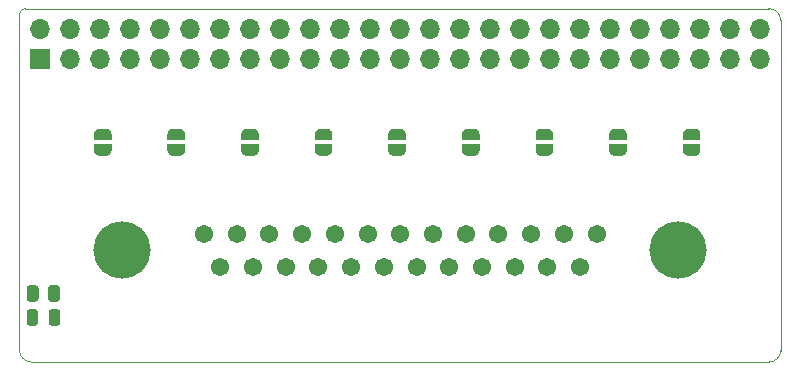
<source format=gbr>
%TF.GenerationSoftware,KiCad,Pcbnew,(5.1.9-16-g1737927814)-1*%
%TF.CreationDate,2021-06-02T15:54:43-05:00*%
%TF.ProjectId,loopback_tester,6c6f6f70-6261-4636-9b5f-746573746572,rev?*%
%TF.SameCoordinates,PX59d60c0PY325aa00*%
%TF.FileFunction,Soldermask,Top*%
%TF.FilePolarity,Negative*%
%FSLAX46Y46*%
G04 Gerber Fmt 4.6, Leading zero omitted, Abs format (unit mm)*
G04 Created by KiCad (PCBNEW (5.1.9-16-g1737927814)-1) date 2021-06-02 15:54:43*
%MOMM*%
%LPD*%
G01*
G04 APERTURE LIST*
%TA.AperFunction,Profile*%
%ADD10C,0.050000*%
%TD*%
%ADD11O,1.700000X1.700000*%
%ADD12R,1.700000X1.700000*%
%ADD13C,4.845000*%
%ADD14C,1.545000*%
%ADD15C,0.150000*%
G04 APERTURE END LIST*
D10*
X144052000Y-45696000D02*
G75*
G03*
X145012000Y-44736000I0J960000D01*
G01*
X81552000Y-45696000D02*
X144052000Y-45696000D01*
X81552000Y-45696800D02*
G75*
G02*
X80552000Y-44736000I0J1000800D01*
G01*
X80552000Y-16288000D02*
X80552000Y-44736000D01*
X145012000Y-16780000D02*
X145012000Y-44736000D01*
X81060000Y-15780000D02*
X144012000Y-15780000D01*
X80552000Y-16288000D02*
G75*
G02*
X81060000Y-15780000I508000J0D01*
G01*
X144012000Y-15780000D02*
G75*
G02*
X145012000Y-16780000I0J-1000000D01*
G01*
D11*
%TO.C,J2*%
X143226500Y-17494500D03*
X143226500Y-20034500D03*
X140686500Y-17494500D03*
X140686500Y-20034500D03*
X138146500Y-17494500D03*
X138146500Y-20034500D03*
X135606500Y-17494500D03*
X135606500Y-20034500D03*
X133066500Y-17494500D03*
X133066500Y-20034500D03*
X130526500Y-17494500D03*
X130526500Y-20034500D03*
X127986500Y-17494500D03*
X127986500Y-20034500D03*
X125446500Y-17494500D03*
X125446500Y-20034500D03*
X122906500Y-17494500D03*
X122906500Y-20034500D03*
X120366500Y-17494500D03*
X120366500Y-20034500D03*
X117826500Y-17494500D03*
X117826500Y-20034500D03*
X115286500Y-17494500D03*
X115286500Y-20034500D03*
X112746500Y-17494500D03*
X112746500Y-20034500D03*
X110206500Y-17494500D03*
X110206500Y-20034500D03*
X107666500Y-17494500D03*
X107666500Y-20034500D03*
X105126500Y-17494500D03*
X105126500Y-20034500D03*
X102586500Y-17494500D03*
X102586500Y-20034500D03*
X100046500Y-17494500D03*
X100046500Y-20034500D03*
X97506500Y-17494500D03*
X97506500Y-20034500D03*
X94966500Y-17494500D03*
X94966500Y-20034500D03*
X92426500Y-17494500D03*
X92426500Y-20034500D03*
X89886500Y-17494500D03*
X89886500Y-20034500D03*
X87346500Y-17494500D03*
X87346500Y-20034500D03*
X84806500Y-17494500D03*
X84806500Y-20034500D03*
X82266500Y-17494500D03*
D12*
X82266500Y-20034500D03*
%TD*%
D13*
%TO.C,J1*%
X89281600Y-36250000D03*
X136321600Y-36250000D03*
D14*
X97566600Y-37670000D03*
X100336600Y-37670000D03*
X103106600Y-37670000D03*
X105876600Y-37670000D03*
X108646600Y-37670000D03*
X111416600Y-37670000D03*
X114186600Y-37670000D03*
X116956600Y-37670000D03*
X119726600Y-37670000D03*
X122496600Y-37670000D03*
X125266600Y-37670000D03*
X128036600Y-37670000D03*
X96181600Y-34830000D03*
X98951600Y-34830000D03*
X101721600Y-34830000D03*
X104491600Y-34830000D03*
X107261600Y-34830000D03*
X110031600Y-34830000D03*
X112801600Y-34830000D03*
X115571600Y-34830000D03*
X118341600Y-34830000D03*
X121111600Y-34830000D03*
X123881600Y-34830000D03*
X126651600Y-34830000D03*
X129421600Y-34830000D03*
%TD*%
D15*
%TO.C,JP9*%
G36*
X88359100Y-27248000D02*
G01*
X88359100Y-27748000D01*
X88358498Y-27748000D01*
X88358498Y-27772534D01*
X88353688Y-27821365D01*
X88344116Y-27869490D01*
X88329872Y-27916445D01*
X88311095Y-27961778D01*
X88287964Y-28005051D01*
X88260704Y-28045850D01*
X88229576Y-28083779D01*
X88194879Y-28118476D01*
X88156950Y-28149604D01*
X88116151Y-28176864D01*
X88072878Y-28199995D01*
X88027545Y-28218772D01*
X87980590Y-28233016D01*
X87932465Y-28242588D01*
X87883634Y-28247398D01*
X87859100Y-28247398D01*
X87859100Y-28248000D01*
X87359100Y-28248000D01*
X87359100Y-28247398D01*
X87334566Y-28247398D01*
X87285735Y-28242588D01*
X87237610Y-28233016D01*
X87190655Y-28218772D01*
X87145322Y-28199995D01*
X87102049Y-28176864D01*
X87061250Y-28149604D01*
X87023321Y-28118476D01*
X86988624Y-28083779D01*
X86957496Y-28045850D01*
X86930236Y-28005051D01*
X86907105Y-27961778D01*
X86888328Y-27916445D01*
X86874084Y-27869490D01*
X86864512Y-27821365D01*
X86859702Y-27772534D01*
X86859702Y-27748000D01*
X86859100Y-27748000D01*
X86859100Y-27248000D01*
X88359100Y-27248000D01*
G37*
G36*
X86859702Y-26448000D02*
G01*
X86859702Y-26423466D01*
X86864512Y-26374635D01*
X86874084Y-26326510D01*
X86888328Y-26279555D01*
X86907105Y-26234222D01*
X86930236Y-26190949D01*
X86957496Y-26150150D01*
X86988624Y-26112221D01*
X87023321Y-26077524D01*
X87061250Y-26046396D01*
X87102049Y-26019136D01*
X87145322Y-25996005D01*
X87190655Y-25977228D01*
X87237610Y-25962984D01*
X87285735Y-25953412D01*
X87334566Y-25948602D01*
X87359100Y-25948602D01*
X87359100Y-25948000D01*
X87859100Y-25948000D01*
X87859100Y-25948602D01*
X87883634Y-25948602D01*
X87932465Y-25953412D01*
X87980590Y-25962984D01*
X88027545Y-25977228D01*
X88072878Y-25996005D01*
X88116151Y-26019136D01*
X88156950Y-26046396D01*
X88194879Y-26077524D01*
X88229576Y-26112221D01*
X88260704Y-26150150D01*
X88287964Y-26190949D01*
X88311095Y-26234222D01*
X88329872Y-26279555D01*
X88344116Y-26326510D01*
X88353688Y-26374635D01*
X88358498Y-26423466D01*
X88358498Y-26448000D01*
X88359100Y-26448000D01*
X88359100Y-26948000D01*
X86859100Y-26948000D01*
X86859100Y-26448000D01*
X86859702Y-26448000D01*
G37*
%TD*%
%TO.C,JP8*%
G36*
X94591599Y-27248000D02*
G01*
X94591599Y-27748000D01*
X94590997Y-27748000D01*
X94590997Y-27772534D01*
X94586187Y-27821365D01*
X94576615Y-27869490D01*
X94562371Y-27916445D01*
X94543594Y-27961778D01*
X94520463Y-28005051D01*
X94493203Y-28045850D01*
X94462075Y-28083779D01*
X94427378Y-28118476D01*
X94389449Y-28149604D01*
X94348650Y-28176864D01*
X94305377Y-28199995D01*
X94260044Y-28218772D01*
X94213089Y-28233016D01*
X94164964Y-28242588D01*
X94116133Y-28247398D01*
X94091599Y-28247398D01*
X94091599Y-28248000D01*
X93591599Y-28248000D01*
X93591599Y-28247398D01*
X93567065Y-28247398D01*
X93518234Y-28242588D01*
X93470109Y-28233016D01*
X93423154Y-28218772D01*
X93377821Y-28199995D01*
X93334548Y-28176864D01*
X93293749Y-28149604D01*
X93255820Y-28118476D01*
X93221123Y-28083779D01*
X93189995Y-28045850D01*
X93162735Y-28005051D01*
X93139604Y-27961778D01*
X93120827Y-27916445D01*
X93106583Y-27869490D01*
X93097011Y-27821365D01*
X93092201Y-27772534D01*
X93092201Y-27748000D01*
X93091599Y-27748000D01*
X93091599Y-27248000D01*
X94591599Y-27248000D01*
G37*
G36*
X93092201Y-26448000D02*
G01*
X93092201Y-26423466D01*
X93097011Y-26374635D01*
X93106583Y-26326510D01*
X93120827Y-26279555D01*
X93139604Y-26234222D01*
X93162735Y-26190949D01*
X93189995Y-26150150D01*
X93221123Y-26112221D01*
X93255820Y-26077524D01*
X93293749Y-26046396D01*
X93334548Y-26019136D01*
X93377821Y-25996005D01*
X93423154Y-25977228D01*
X93470109Y-25962984D01*
X93518234Y-25953412D01*
X93567065Y-25948602D01*
X93591599Y-25948602D01*
X93591599Y-25948000D01*
X94091599Y-25948000D01*
X94091599Y-25948602D01*
X94116133Y-25948602D01*
X94164964Y-25953412D01*
X94213089Y-25962984D01*
X94260044Y-25977228D01*
X94305377Y-25996005D01*
X94348650Y-26019136D01*
X94389449Y-26046396D01*
X94427378Y-26077524D01*
X94462075Y-26112221D01*
X94493203Y-26150150D01*
X94520463Y-26190949D01*
X94543594Y-26234222D01*
X94562371Y-26279555D01*
X94576615Y-26326510D01*
X94586187Y-26374635D01*
X94590997Y-26423466D01*
X94590997Y-26448000D01*
X94591599Y-26448000D01*
X94591599Y-26948000D01*
X93091599Y-26948000D01*
X93091599Y-26448000D01*
X93092201Y-26448000D01*
G37*
%TD*%
%TO.C,JP7*%
G36*
X100824098Y-27248000D02*
G01*
X100824098Y-27748000D01*
X100823496Y-27748000D01*
X100823496Y-27772534D01*
X100818686Y-27821365D01*
X100809114Y-27869490D01*
X100794870Y-27916445D01*
X100776093Y-27961778D01*
X100752962Y-28005051D01*
X100725702Y-28045850D01*
X100694574Y-28083779D01*
X100659877Y-28118476D01*
X100621948Y-28149604D01*
X100581149Y-28176864D01*
X100537876Y-28199995D01*
X100492543Y-28218772D01*
X100445588Y-28233016D01*
X100397463Y-28242588D01*
X100348632Y-28247398D01*
X100324098Y-28247398D01*
X100324098Y-28248000D01*
X99824098Y-28248000D01*
X99824098Y-28247398D01*
X99799564Y-28247398D01*
X99750733Y-28242588D01*
X99702608Y-28233016D01*
X99655653Y-28218772D01*
X99610320Y-28199995D01*
X99567047Y-28176864D01*
X99526248Y-28149604D01*
X99488319Y-28118476D01*
X99453622Y-28083779D01*
X99422494Y-28045850D01*
X99395234Y-28005051D01*
X99372103Y-27961778D01*
X99353326Y-27916445D01*
X99339082Y-27869490D01*
X99329510Y-27821365D01*
X99324700Y-27772534D01*
X99324700Y-27748000D01*
X99324098Y-27748000D01*
X99324098Y-27248000D01*
X100824098Y-27248000D01*
G37*
G36*
X99324700Y-26448000D02*
G01*
X99324700Y-26423466D01*
X99329510Y-26374635D01*
X99339082Y-26326510D01*
X99353326Y-26279555D01*
X99372103Y-26234222D01*
X99395234Y-26190949D01*
X99422494Y-26150150D01*
X99453622Y-26112221D01*
X99488319Y-26077524D01*
X99526248Y-26046396D01*
X99567047Y-26019136D01*
X99610320Y-25996005D01*
X99655653Y-25977228D01*
X99702608Y-25962984D01*
X99750733Y-25953412D01*
X99799564Y-25948602D01*
X99824098Y-25948602D01*
X99824098Y-25948000D01*
X100324098Y-25948000D01*
X100324098Y-25948602D01*
X100348632Y-25948602D01*
X100397463Y-25953412D01*
X100445588Y-25962984D01*
X100492543Y-25977228D01*
X100537876Y-25996005D01*
X100581149Y-26019136D01*
X100621948Y-26046396D01*
X100659877Y-26077524D01*
X100694574Y-26112221D01*
X100725702Y-26150150D01*
X100752962Y-26190949D01*
X100776093Y-26234222D01*
X100794870Y-26279555D01*
X100809114Y-26326510D01*
X100818686Y-26374635D01*
X100823496Y-26423466D01*
X100823496Y-26448000D01*
X100824098Y-26448000D01*
X100824098Y-26948000D01*
X99324098Y-26948000D01*
X99324098Y-26448000D01*
X99324700Y-26448000D01*
G37*
%TD*%
%TO.C,JP6*%
G36*
X107056597Y-27248000D02*
G01*
X107056597Y-27748000D01*
X107055995Y-27748000D01*
X107055995Y-27772534D01*
X107051185Y-27821365D01*
X107041613Y-27869490D01*
X107027369Y-27916445D01*
X107008592Y-27961778D01*
X106985461Y-28005051D01*
X106958201Y-28045850D01*
X106927073Y-28083779D01*
X106892376Y-28118476D01*
X106854447Y-28149604D01*
X106813648Y-28176864D01*
X106770375Y-28199995D01*
X106725042Y-28218772D01*
X106678087Y-28233016D01*
X106629962Y-28242588D01*
X106581131Y-28247398D01*
X106556597Y-28247398D01*
X106556597Y-28248000D01*
X106056597Y-28248000D01*
X106056597Y-28247398D01*
X106032063Y-28247398D01*
X105983232Y-28242588D01*
X105935107Y-28233016D01*
X105888152Y-28218772D01*
X105842819Y-28199995D01*
X105799546Y-28176864D01*
X105758747Y-28149604D01*
X105720818Y-28118476D01*
X105686121Y-28083779D01*
X105654993Y-28045850D01*
X105627733Y-28005051D01*
X105604602Y-27961778D01*
X105585825Y-27916445D01*
X105571581Y-27869490D01*
X105562009Y-27821365D01*
X105557199Y-27772534D01*
X105557199Y-27748000D01*
X105556597Y-27748000D01*
X105556597Y-27248000D01*
X107056597Y-27248000D01*
G37*
G36*
X105557199Y-26448000D02*
G01*
X105557199Y-26423466D01*
X105562009Y-26374635D01*
X105571581Y-26326510D01*
X105585825Y-26279555D01*
X105604602Y-26234222D01*
X105627733Y-26190949D01*
X105654993Y-26150150D01*
X105686121Y-26112221D01*
X105720818Y-26077524D01*
X105758747Y-26046396D01*
X105799546Y-26019136D01*
X105842819Y-25996005D01*
X105888152Y-25977228D01*
X105935107Y-25962984D01*
X105983232Y-25953412D01*
X106032063Y-25948602D01*
X106056597Y-25948602D01*
X106056597Y-25948000D01*
X106556597Y-25948000D01*
X106556597Y-25948602D01*
X106581131Y-25948602D01*
X106629962Y-25953412D01*
X106678087Y-25962984D01*
X106725042Y-25977228D01*
X106770375Y-25996005D01*
X106813648Y-26019136D01*
X106854447Y-26046396D01*
X106892376Y-26077524D01*
X106927073Y-26112221D01*
X106958201Y-26150150D01*
X106985461Y-26190949D01*
X107008592Y-26234222D01*
X107027369Y-26279555D01*
X107041613Y-26326510D01*
X107051185Y-26374635D01*
X107055995Y-26423466D01*
X107055995Y-26448000D01*
X107056597Y-26448000D01*
X107056597Y-26948000D01*
X105556597Y-26948000D01*
X105556597Y-26448000D01*
X105557199Y-26448000D01*
G37*
%TD*%
%TO.C,JP5*%
G36*
X113289096Y-27248000D02*
G01*
X113289096Y-27748000D01*
X113288494Y-27748000D01*
X113288494Y-27772534D01*
X113283684Y-27821365D01*
X113274112Y-27869490D01*
X113259868Y-27916445D01*
X113241091Y-27961778D01*
X113217960Y-28005051D01*
X113190700Y-28045850D01*
X113159572Y-28083779D01*
X113124875Y-28118476D01*
X113086946Y-28149604D01*
X113046147Y-28176864D01*
X113002874Y-28199995D01*
X112957541Y-28218772D01*
X112910586Y-28233016D01*
X112862461Y-28242588D01*
X112813630Y-28247398D01*
X112789096Y-28247398D01*
X112789096Y-28248000D01*
X112289096Y-28248000D01*
X112289096Y-28247398D01*
X112264562Y-28247398D01*
X112215731Y-28242588D01*
X112167606Y-28233016D01*
X112120651Y-28218772D01*
X112075318Y-28199995D01*
X112032045Y-28176864D01*
X111991246Y-28149604D01*
X111953317Y-28118476D01*
X111918620Y-28083779D01*
X111887492Y-28045850D01*
X111860232Y-28005051D01*
X111837101Y-27961778D01*
X111818324Y-27916445D01*
X111804080Y-27869490D01*
X111794508Y-27821365D01*
X111789698Y-27772534D01*
X111789698Y-27748000D01*
X111789096Y-27748000D01*
X111789096Y-27248000D01*
X113289096Y-27248000D01*
G37*
G36*
X111789698Y-26448000D02*
G01*
X111789698Y-26423466D01*
X111794508Y-26374635D01*
X111804080Y-26326510D01*
X111818324Y-26279555D01*
X111837101Y-26234222D01*
X111860232Y-26190949D01*
X111887492Y-26150150D01*
X111918620Y-26112221D01*
X111953317Y-26077524D01*
X111991246Y-26046396D01*
X112032045Y-26019136D01*
X112075318Y-25996005D01*
X112120651Y-25977228D01*
X112167606Y-25962984D01*
X112215731Y-25953412D01*
X112264562Y-25948602D01*
X112289096Y-25948602D01*
X112289096Y-25948000D01*
X112789096Y-25948000D01*
X112789096Y-25948602D01*
X112813630Y-25948602D01*
X112862461Y-25953412D01*
X112910586Y-25962984D01*
X112957541Y-25977228D01*
X113002874Y-25996005D01*
X113046147Y-26019136D01*
X113086946Y-26046396D01*
X113124875Y-26077524D01*
X113159572Y-26112221D01*
X113190700Y-26150150D01*
X113217960Y-26190949D01*
X113241091Y-26234222D01*
X113259868Y-26279555D01*
X113274112Y-26326510D01*
X113283684Y-26374635D01*
X113288494Y-26423466D01*
X113288494Y-26448000D01*
X113289096Y-26448000D01*
X113289096Y-26948000D01*
X111789096Y-26948000D01*
X111789096Y-26448000D01*
X111789698Y-26448000D01*
G37*
%TD*%
%TO.C,JP4*%
G36*
X119521595Y-27248000D02*
G01*
X119521595Y-27748000D01*
X119520993Y-27748000D01*
X119520993Y-27772534D01*
X119516183Y-27821365D01*
X119506611Y-27869490D01*
X119492367Y-27916445D01*
X119473590Y-27961778D01*
X119450459Y-28005051D01*
X119423199Y-28045850D01*
X119392071Y-28083779D01*
X119357374Y-28118476D01*
X119319445Y-28149604D01*
X119278646Y-28176864D01*
X119235373Y-28199995D01*
X119190040Y-28218772D01*
X119143085Y-28233016D01*
X119094960Y-28242588D01*
X119046129Y-28247398D01*
X119021595Y-28247398D01*
X119021595Y-28248000D01*
X118521595Y-28248000D01*
X118521595Y-28247398D01*
X118497061Y-28247398D01*
X118448230Y-28242588D01*
X118400105Y-28233016D01*
X118353150Y-28218772D01*
X118307817Y-28199995D01*
X118264544Y-28176864D01*
X118223745Y-28149604D01*
X118185816Y-28118476D01*
X118151119Y-28083779D01*
X118119991Y-28045850D01*
X118092731Y-28005051D01*
X118069600Y-27961778D01*
X118050823Y-27916445D01*
X118036579Y-27869490D01*
X118027007Y-27821365D01*
X118022197Y-27772534D01*
X118022197Y-27748000D01*
X118021595Y-27748000D01*
X118021595Y-27248000D01*
X119521595Y-27248000D01*
G37*
G36*
X118022197Y-26448000D02*
G01*
X118022197Y-26423466D01*
X118027007Y-26374635D01*
X118036579Y-26326510D01*
X118050823Y-26279555D01*
X118069600Y-26234222D01*
X118092731Y-26190949D01*
X118119991Y-26150150D01*
X118151119Y-26112221D01*
X118185816Y-26077524D01*
X118223745Y-26046396D01*
X118264544Y-26019136D01*
X118307817Y-25996005D01*
X118353150Y-25977228D01*
X118400105Y-25962984D01*
X118448230Y-25953412D01*
X118497061Y-25948602D01*
X118521595Y-25948602D01*
X118521595Y-25948000D01*
X119021595Y-25948000D01*
X119021595Y-25948602D01*
X119046129Y-25948602D01*
X119094960Y-25953412D01*
X119143085Y-25962984D01*
X119190040Y-25977228D01*
X119235373Y-25996005D01*
X119278646Y-26019136D01*
X119319445Y-26046396D01*
X119357374Y-26077524D01*
X119392071Y-26112221D01*
X119423199Y-26150150D01*
X119450459Y-26190949D01*
X119473590Y-26234222D01*
X119492367Y-26279555D01*
X119506611Y-26326510D01*
X119516183Y-26374635D01*
X119520993Y-26423466D01*
X119520993Y-26448000D01*
X119521595Y-26448000D01*
X119521595Y-26948000D01*
X118021595Y-26948000D01*
X118021595Y-26448000D01*
X118022197Y-26448000D01*
G37*
%TD*%
%TO.C,JP3*%
G36*
X125754094Y-27248000D02*
G01*
X125754094Y-27748000D01*
X125753492Y-27748000D01*
X125753492Y-27772534D01*
X125748682Y-27821365D01*
X125739110Y-27869490D01*
X125724866Y-27916445D01*
X125706089Y-27961778D01*
X125682958Y-28005051D01*
X125655698Y-28045850D01*
X125624570Y-28083779D01*
X125589873Y-28118476D01*
X125551944Y-28149604D01*
X125511145Y-28176864D01*
X125467872Y-28199995D01*
X125422539Y-28218772D01*
X125375584Y-28233016D01*
X125327459Y-28242588D01*
X125278628Y-28247398D01*
X125254094Y-28247398D01*
X125254094Y-28248000D01*
X124754094Y-28248000D01*
X124754094Y-28247398D01*
X124729560Y-28247398D01*
X124680729Y-28242588D01*
X124632604Y-28233016D01*
X124585649Y-28218772D01*
X124540316Y-28199995D01*
X124497043Y-28176864D01*
X124456244Y-28149604D01*
X124418315Y-28118476D01*
X124383618Y-28083779D01*
X124352490Y-28045850D01*
X124325230Y-28005051D01*
X124302099Y-27961778D01*
X124283322Y-27916445D01*
X124269078Y-27869490D01*
X124259506Y-27821365D01*
X124254696Y-27772534D01*
X124254696Y-27748000D01*
X124254094Y-27748000D01*
X124254094Y-27248000D01*
X125754094Y-27248000D01*
G37*
G36*
X124254696Y-26448000D02*
G01*
X124254696Y-26423466D01*
X124259506Y-26374635D01*
X124269078Y-26326510D01*
X124283322Y-26279555D01*
X124302099Y-26234222D01*
X124325230Y-26190949D01*
X124352490Y-26150150D01*
X124383618Y-26112221D01*
X124418315Y-26077524D01*
X124456244Y-26046396D01*
X124497043Y-26019136D01*
X124540316Y-25996005D01*
X124585649Y-25977228D01*
X124632604Y-25962984D01*
X124680729Y-25953412D01*
X124729560Y-25948602D01*
X124754094Y-25948602D01*
X124754094Y-25948000D01*
X125254094Y-25948000D01*
X125254094Y-25948602D01*
X125278628Y-25948602D01*
X125327459Y-25953412D01*
X125375584Y-25962984D01*
X125422539Y-25977228D01*
X125467872Y-25996005D01*
X125511145Y-26019136D01*
X125551944Y-26046396D01*
X125589873Y-26077524D01*
X125624570Y-26112221D01*
X125655698Y-26150150D01*
X125682958Y-26190949D01*
X125706089Y-26234222D01*
X125724866Y-26279555D01*
X125739110Y-26326510D01*
X125748682Y-26374635D01*
X125753492Y-26423466D01*
X125753492Y-26448000D01*
X125754094Y-26448000D01*
X125754094Y-26948000D01*
X124254094Y-26948000D01*
X124254094Y-26448000D01*
X124254696Y-26448000D01*
G37*
%TD*%
%TO.C,JP2*%
G36*
X131986593Y-27248000D02*
G01*
X131986593Y-27748000D01*
X131985991Y-27748000D01*
X131985991Y-27772534D01*
X131981181Y-27821365D01*
X131971609Y-27869490D01*
X131957365Y-27916445D01*
X131938588Y-27961778D01*
X131915457Y-28005051D01*
X131888197Y-28045850D01*
X131857069Y-28083779D01*
X131822372Y-28118476D01*
X131784443Y-28149604D01*
X131743644Y-28176864D01*
X131700371Y-28199995D01*
X131655038Y-28218772D01*
X131608083Y-28233016D01*
X131559958Y-28242588D01*
X131511127Y-28247398D01*
X131486593Y-28247398D01*
X131486593Y-28248000D01*
X130986593Y-28248000D01*
X130986593Y-28247398D01*
X130962059Y-28247398D01*
X130913228Y-28242588D01*
X130865103Y-28233016D01*
X130818148Y-28218772D01*
X130772815Y-28199995D01*
X130729542Y-28176864D01*
X130688743Y-28149604D01*
X130650814Y-28118476D01*
X130616117Y-28083779D01*
X130584989Y-28045850D01*
X130557729Y-28005051D01*
X130534598Y-27961778D01*
X130515821Y-27916445D01*
X130501577Y-27869490D01*
X130492005Y-27821365D01*
X130487195Y-27772534D01*
X130487195Y-27748000D01*
X130486593Y-27748000D01*
X130486593Y-27248000D01*
X131986593Y-27248000D01*
G37*
G36*
X130487195Y-26448000D02*
G01*
X130487195Y-26423466D01*
X130492005Y-26374635D01*
X130501577Y-26326510D01*
X130515821Y-26279555D01*
X130534598Y-26234222D01*
X130557729Y-26190949D01*
X130584989Y-26150150D01*
X130616117Y-26112221D01*
X130650814Y-26077524D01*
X130688743Y-26046396D01*
X130729542Y-26019136D01*
X130772815Y-25996005D01*
X130818148Y-25977228D01*
X130865103Y-25962984D01*
X130913228Y-25953412D01*
X130962059Y-25948602D01*
X130986593Y-25948602D01*
X130986593Y-25948000D01*
X131486593Y-25948000D01*
X131486593Y-25948602D01*
X131511127Y-25948602D01*
X131559958Y-25953412D01*
X131608083Y-25962984D01*
X131655038Y-25977228D01*
X131700371Y-25996005D01*
X131743644Y-26019136D01*
X131784443Y-26046396D01*
X131822372Y-26077524D01*
X131857069Y-26112221D01*
X131888197Y-26150150D01*
X131915457Y-26190949D01*
X131938588Y-26234222D01*
X131957365Y-26279555D01*
X131971609Y-26326510D01*
X131981181Y-26374635D01*
X131985991Y-26423466D01*
X131985991Y-26448000D01*
X131986593Y-26448000D01*
X131986593Y-26948000D01*
X130486593Y-26948000D01*
X130486593Y-26448000D01*
X130487195Y-26448000D01*
G37*
%TD*%
%TO.C,JP1*%
G36*
X138219099Y-27248000D02*
G01*
X138219099Y-27748000D01*
X138218497Y-27748000D01*
X138218497Y-27772534D01*
X138213687Y-27821365D01*
X138204115Y-27869490D01*
X138189871Y-27916445D01*
X138171094Y-27961778D01*
X138147963Y-28005051D01*
X138120703Y-28045850D01*
X138089575Y-28083779D01*
X138054878Y-28118476D01*
X138016949Y-28149604D01*
X137976150Y-28176864D01*
X137932877Y-28199995D01*
X137887544Y-28218772D01*
X137840589Y-28233016D01*
X137792464Y-28242588D01*
X137743633Y-28247398D01*
X137719099Y-28247398D01*
X137719099Y-28248000D01*
X137219099Y-28248000D01*
X137219099Y-28247398D01*
X137194565Y-28247398D01*
X137145734Y-28242588D01*
X137097609Y-28233016D01*
X137050654Y-28218772D01*
X137005321Y-28199995D01*
X136962048Y-28176864D01*
X136921249Y-28149604D01*
X136883320Y-28118476D01*
X136848623Y-28083779D01*
X136817495Y-28045850D01*
X136790235Y-28005051D01*
X136767104Y-27961778D01*
X136748327Y-27916445D01*
X136734083Y-27869490D01*
X136724511Y-27821365D01*
X136719701Y-27772534D01*
X136719701Y-27748000D01*
X136719099Y-27748000D01*
X136719099Y-27248000D01*
X138219099Y-27248000D01*
G37*
G36*
X136719701Y-26448000D02*
G01*
X136719701Y-26423466D01*
X136724511Y-26374635D01*
X136734083Y-26326510D01*
X136748327Y-26279555D01*
X136767104Y-26234222D01*
X136790235Y-26190949D01*
X136817495Y-26150150D01*
X136848623Y-26112221D01*
X136883320Y-26077524D01*
X136921249Y-26046396D01*
X136962048Y-26019136D01*
X137005321Y-25996005D01*
X137050654Y-25977228D01*
X137097609Y-25962984D01*
X137145734Y-25953412D01*
X137194565Y-25948602D01*
X137219099Y-25948602D01*
X137219099Y-25948000D01*
X137719099Y-25948000D01*
X137719099Y-25948602D01*
X137743633Y-25948602D01*
X137792464Y-25953412D01*
X137840589Y-25962984D01*
X137887544Y-25977228D01*
X137932877Y-25996005D01*
X137976150Y-26019136D01*
X138016949Y-26046396D01*
X138054878Y-26077524D01*
X138089575Y-26112221D01*
X138120703Y-26150150D01*
X138147963Y-26190949D01*
X138171094Y-26234222D01*
X138189871Y-26279555D01*
X138204115Y-26326510D01*
X138213687Y-26374635D01*
X138218497Y-26423466D01*
X138218497Y-26448000D01*
X138219099Y-26448000D01*
X138219099Y-26948000D01*
X136719099Y-26948000D01*
X136719099Y-26448000D01*
X136719701Y-26448000D01*
G37*
%TD*%
%TO.C,R1*%
G36*
G01*
X82184000Y-39459999D02*
X82184000Y-40360001D01*
G75*
G02*
X81934001Y-40610000I-249999J0D01*
G01*
X81408999Y-40610000D01*
G75*
G02*
X81159000Y-40360001I0J249999D01*
G01*
X81159000Y-39459999D01*
G75*
G02*
X81408999Y-39210000I249999J0D01*
G01*
X81934001Y-39210000D01*
G75*
G02*
X82184000Y-39459999I0J-249999D01*
G01*
G37*
G36*
G01*
X84009000Y-39459999D02*
X84009000Y-40360001D01*
G75*
G02*
X83759001Y-40610000I-249999J0D01*
G01*
X83233999Y-40610000D01*
G75*
G02*
X82984000Y-40360001I0J249999D01*
G01*
X82984000Y-39459999D01*
G75*
G02*
X83233999Y-39210000I249999J0D01*
G01*
X83759001Y-39210000D01*
G75*
G02*
X84009000Y-39459999I0J-249999D01*
G01*
G37*
%TD*%
%TO.C,D1*%
G36*
G01*
X82134000Y-41485750D02*
X82134000Y-42398250D01*
G75*
G02*
X81890250Y-42642000I-243750J0D01*
G01*
X81402750Y-42642000D01*
G75*
G02*
X81159000Y-42398250I0J243750D01*
G01*
X81159000Y-41485750D01*
G75*
G02*
X81402750Y-41242000I243750J0D01*
G01*
X81890250Y-41242000D01*
G75*
G02*
X82134000Y-41485750I0J-243750D01*
G01*
G37*
G36*
G01*
X84009000Y-41485750D02*
X84009000Y-42398250D01*
G75*
G02*
X83765250Y-42642000I-243750J0D01*
G01*
X83277750Y-42642000D01*
G75*
G02*
X83034000Y-42398250I0J243750D01*
G01*
X83034000Y-41485750D01*
G75*
G02*
X83277750Y-41242000I243750J0D01*
G01*
X83765250Y-41242000D01*
G75*
G02*
X84009000Y-41485750I0J-243750D01*
G01*
G37*
%TD*%
M02*

</source>
